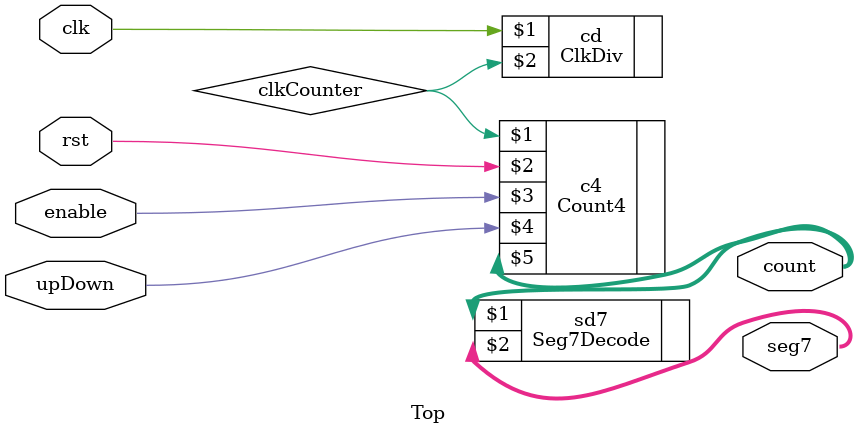
<source format=v>
module Top(clk, rst, enable, upDown, count, seg7);
// count[3:0] output included for convenience in debug and testbenches
	input clk, rst, enable, upDown;
	output [3:0] count;
	output [6:0] seg7;
	
   wire clkCounter;  // divided clock for Counter module
	ClkDiv cd (clk, clkCounter);
	Count4 c4 (clkCounter, rst, enable, upDown, count);
	Seg7Decode sd7 (count, seg7);
endmodule

</source>
